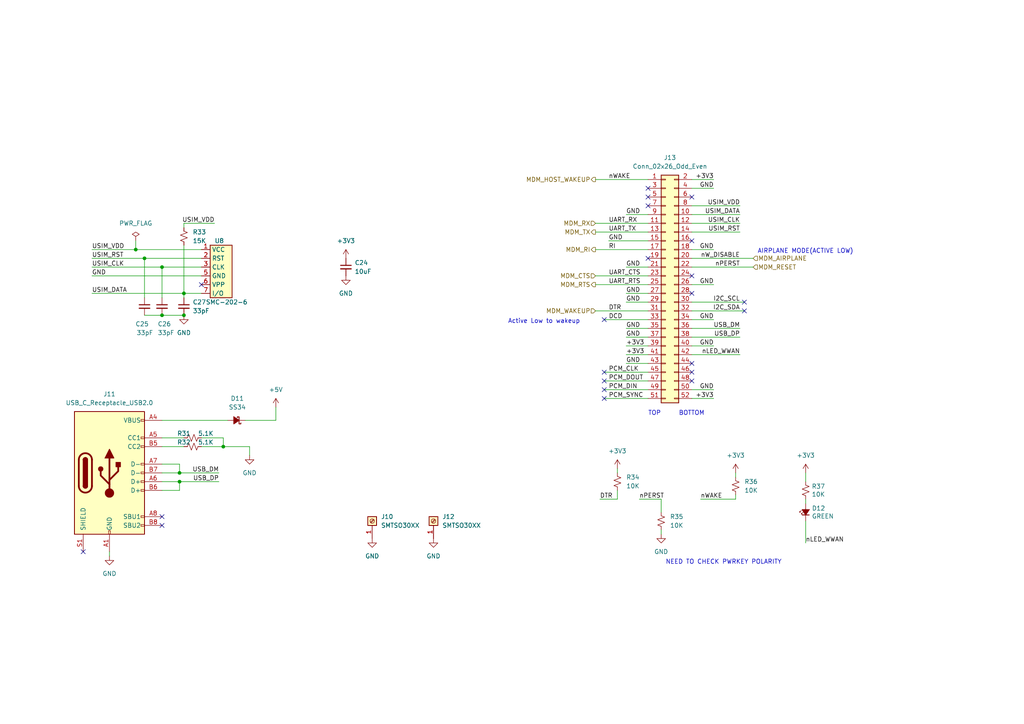
<source format=kicad_sch>
(kicad_sch (version 20211123) (generator eeschema)
  (paper "A4")
  (lib_symbols
    (symbol "Connector:Screw_Terminal_01x01" (pin_names (offset 1.016) hide)
      (property "Reference" "J" (at 0 2.54 0))
      (property "Value" "Screw_Terminal_01x01" (at 0 -2.54 0))
      (symbol "Screw_Terminal_01x01_1_1"
        (rectangle (start -1.27 1.27) (end 1.27 -1.27) (stroke (width 0.254)) (fill (type background)))
        (polyline (pts (xy -0.5334 0.3302) (xy 0.3302 -0.508)) (stroke (width 0.1524)))
        (polyline (pts (xy -0.3556 0.508) (xy 0.508 -0.3302)) (stroke (width 0.1524)))
        (circle (center 0 0) (radius 0.635) (stroke (width 0.1524)))
        (pin passive line (at -5.08 0 0) (length 3.81) (name "Pin_1") (number "1"))
      )
    )
    (symbol "Connector:USB_C_Receptacle_USB2.0" (pin_names (offset 1.016))
      (property "Reference" "J" (at -10.16 19.05 0))
      (property "Value" "USB_C_Receptacle_USB2.0" (at 19.05 19.05 0))
      (symbol "USB_C_Receptacle_USB2.0_0_0"
        (rectangle (start -0.254 -17.78) (end 0.254 -16.764))
        (rectangle (start 10.16 -14.986) (end 9.144 -15.494))
        (rectangle (start 10.16 -12.446) (end 9.144 -12.954))
        (rectangle (start 10.16 -4.826) (end 9.144 -5.334))
        (rectangle (start 10.16 -2.286) (end 9.144 -2.794))
        (rectangle (start 10.16 0.254) (end 9.144 -0.254))
        (rectangle (start 10.16 2.794) (end 9.144 2.286))
        (rectangle (start 10.16 7.874) (end 9.144 7.366))
        (rectangle (start 10.16 10.414) (end 9.144 9.906))
        (rectangle (start 10.16 15.494) (end 9.144 14.986))
      )
      (symbol "USB_C_Receptacle_USB2.0_0_1"
        (rectangle (start -10.16 17.78) (end 10.16 -17.78) (stroke (width 0.254)) (fill (type background)))
        (arc (start -8.89 -3.81) (mid -6.985 -5.715) (end -5.08 -3.81) (stroke (width 0.508)))
        (arc (start -7.62 -3.81) (mid -6.985 -4.445) (end -6.35 -3.81) (stroke (width 0.254)))
        (arc (start -7.62 -3.81) (mid -6.985 -4.445) (end -6.35 -3.81) (stroke (width 0.254)) (fill (type outline)))
        (rectangle (start -7.62 -3.81) (end -6.35 3.81) (stroke (width 0.254)) (fill (type outline)))
        (arc (start -6.35 3.81) (mid -6.985 4.445) (end -7.62 3.81) (stroke (width 0.254)))
        (arc (start -6.35 3.81) (mid -6.985 4.445) (end -7.62 3.81) (stroke (width 0.254)) (fill (type outline)))
        (arc (start -5.08 3.81) (mid -6.985 5.715) (end -8.89 3.81) (stroke (width 0.508)))
        (circle (center -2.54 1.143) (radius 0.635) (stroke (width 0.254)) (fill (type outline)))
        (circle (center 0 -5.842) (radius 1.27) (fill (type outline)))
        (polyline (pts (xy -8.89 -3.81) (xy -8.89 3.81)) (stroke (width 0.508)))
        (polyline (pts (xy -5.08 3.81) (xy -5.08 -3.81)) (stroke (width 0.508)))
        (polyline (pts (xy 0 -5.842) (xy 0 4.318)) (stroke (width 0.508)))
        (polyline (pts (xy 0 -3.302) (xy -2.54 -0.762) (xy -2.54 0.508)) (stroke (width 0.508)))
        (polyline (pts (xy 0 -2.032) (xy 2.54 0.508) (xy 2.54 1.778)) (stroke (width 0.508)))
        (polyline (pts (xy -1.27 4.318) (xy 0 6.858) (xy 1.27 4.318) (xy -1.27 4.318)) (stroke (width 0.254)) (fill (type outline)))
        (rectangle (start 1.905 1.778) (end 3.175 3.048) (stroke (width 0.254)) (fill (type outline)))
      )
      (symbol "USB_C_Receptacle_USB2.0_1_1"
        (pin passive line (at 0 -22.86 90) (length 5.08) (name "GND") (number "A1"))
        (pin passive line (at 0 -22.86 90) (length 5.08) hide (name "GND") (number "A12"))
        (pin passive line (at 15.24 15.24 180) (length 5.08) (name "VBUS") (number "A4"))
        (pin bidirectional line (at 15.24 10.16 180) (length 5.08) (name "CC1") (number "A5"))
        (pin bidirectional line (at 15.24 -2.54 180) (length 5.08) (name "D+") (number "A6"))
        (pin bidirectional line (at 15.24 2.54 180) (length 5.08) (name "D-") (number "A7"))
        (pin bidirectional line (at 15.24 -12.7 180) (length 5.08) (name "SBU1") (number "A8"))
        (pin passive line (at 15.24 15.24 180) (length 5.08) hide (name "VBUS") (number "A9"))
        (pin passive line (at 0 -22.86 90) (length 5.08) hide (name "GND") (number "B1"))
        (pin passive line (at 0 -22.86 90) (length 5.08) hide (name "GND") (number "B12"))
        (pin passive line (at 15.24 15.24 180) (length 5.08) hide (name "VBUS") (number "B4"))
        (pin bidirectional line (at 15.24 7.62 180) (length 5.08) (name "CC2") (number "B5"))
        (pin bidirectional line (at 15.24 -5.08 180) (length 5.08) (name "D+") (number "B6"))
        (pin bidirectional line (at 15.24 0 180) (length 5.08) (name "D-") (number "B7"))
        (pin bidirectional line (at 15.24 -15.24 180) (length 5.08) (name "SBU2") (number "B8"))
        (pin passive line (at 15.24 15.24 180) (length 5.08) hide (name "VBUS") (number "B9"))
        (pin passive line (at -7.62 -22.86 90) (length 5.08) (name "SHIELD") (number "S1"))
      )
    )
    (symbol "Connector_Generic:Conn_02x26_Odd_Even" (pin_names (offset 1.016) hide)
      (property "Reference" "J" (at 1.27 33.02 0))
      (property "Value" "Conn_02x26_Odd_Even" (at 1.27 -35.56 0))
      (symbol "Conn_02x26_Odd_Even_1_1"
        (rectangle (start -1.27 -32.893) (end 0 -33.147) (stroke (width 0.1524)))
        (rectangle (start -1.27 -30.353) (end 0 -30.607) (stroke (width 0.1524)))
        (rectangle (start -1.27 -27.813) (end 0 -28.067) (stroke (width 0.1524)))
        (rectangle (start -1.27 -25.273) (end 0 -25.527) (stroke (width 0.1524)))
        (rectangle (start -1.27 -22.733) (end 0 -22.987) (stroke (width 0.1524)))
        (rectangle (start -1.27 -20.193) (end 0 -20.447) (stroke (width 0.1524)))
        (rectangle (start -1.27 -17.653) (end 0 -17.907) (stroke (width 0.1524)))
        (rectangle (start -1.27 -15.113) (end 0 -15.367) (stroke (width 0.1524)))
        (rectangle (start -1.27 -12.573) (end 0 -12.827) (stroke (width 0.1524)))
        (rectangle (start -1.27 -10.033) (end 0 -10.287) (stroke (width 0.1524)))
        (rectangle (start -1.27 -7.493) (end 0 -7.747) (stroke (width 0.1524)))
        (rectangle (start -1.27 -4.953) (end 0 -5.207) (stroke (width 0.1524)))
        (rectangle (start -1.27 -2.413) (end 0 -2.667) (stroke (width 0.1524)))
        (rectangle (start -1.27 0.127) (end 0 -0.127) (stroke (width 0.1524)))
        (rectangle (start -1.27 2.667) (end 0 2.413) (stroke (width 0.1524)))
        (rectangle (start -1.27 5.207) (end 0 4.953) (stroke (width 0.1524)))
        (rectangle (start -1.27 7.747) (end 0 7.493) (stroke (width 0.1524)))
        (rectangle (start -1.27 10.287) (end 0 10.033) (stroke (width 0.1524)))
        (rectangle (start -1.27 12.827) (end 0 12.573) (stroke (width 0.1524)))
        (rectangle (start -1.27 15.367) (end 0 15.113) (stroke (width 0.1524)))
        (rectangle (start -1.27 17.907) (end 0 17.653) (stroke (width 0.1524)))
        (rectangle (start -1.27 20.447) (end 0 20.193) (stroke (width 0.1524)))
        (rectangle (start -1.27 22.987) (end 0 22.733) (stroke (width 0.1524)))
        (rectangle (start -1.27 25.527) (end 0 25.273) (stroke (width 0.1524)))
        (rectangle (start -1.27 28.067) (end 0 27.813) (stroke (width 0.1524)))
        (rectangle (start -1.27 30.607) (end 0 30.353) (stroke (width 0.1524)))
        (rectangle (start -1.27 31.75) (end 3.81 -34.29) (stroke (width 0.254)) (fill (type background)))
        (rectangle (start 3.81 -32.893) (end 2.54 -33.147) (stroke (width 0.1524)))
        (rectangle (start 3.81 -30.353) (end 2.54 -30.607) (stroke (width 0.1524)))
        (rectangle (start 3.81 -27.813) (end 2.54 -28.067) (stroke (width 0.1524)))
        (rectangle (start 3.81 -25.273) (end 2.54 -25.527) (stroke (width 0.1524)))
        (rectangle (start 3.81 -22.733) (end 2.54 -22.987) (stroke (width 0.1524)))
        (rectangle (start 3.81 -20.193) (end 2.54 -20.447) (stroke (width 0.1524)))
        (rectangle (start 3.81 -17.653) (end 2.54 -17.907) (stroke (width 0.1524)))
        (rectangle (start 3.81 -15.113) (end 2.54 -15.367) (stroke (width 0.1524)))
        (rectangle (start 3.81 -12.573) (end 2.54 -12.827) (stroke (width 0.1524)))
        (rectangle (start 3.81 -10.033) (end 2.54 -10.287) (stroke (width 0.1524)))
        (rectangle (start 3.81 -7.493) (end 2.54 -7.747) (stroke (width 0.1524)))
        (rectangle (start 3.81 -4.953) (end 2.54 -5.207) (stroke (width 0.1524)))
        (rectangle (start 3.81 -2.413) (end 2.54 -2.667) (stroke (width 0.1524)))
        (rectangle (start 3.81 0.127) (end 2.54 -0.127) (stroke (width 0.1524)))
        (rectangle (start 3.81 2.667) (end 2.54 2.413) (stroke (width 0.1524)))
        (rectangle (start 3.81 5.207) (end 2.54 4.953) (stroke (width 0.1524)))
        (rectangle (start 3.81 7.747) (end 2.54 7.493) (stroke (width 0.1524)))
        (rectangle (start 3.81 10.287) (end 2.54 10.033) (stroke (width 0.1524)))
        (rectangle (start 3.81 12.827) (end 2.54 12.573) (stroke (width 0.1524)))
        (rectangle (start 3.81 15.367) (end 2.54 15.113) (stroke (width 0.1524)))
        (rectangle (start 3.81 17.907) (end 2.54 17.653) (stroke (width 0.1524)))
        (rectangle (start 3.81 20.447) (end 2.54 20.193) (stroke (width 0.1524)))
        (rectangle (start 3.81 22.987) (end 2.54 22.733) (stroke (width 0.1524)))
        (rectangle (start 3.81 25.527) (end 2.54 25.273) (stroke (width 0.1524)))
        (rectangle (start 3.81 28.067) (end 2.54 27.813) (stroke (width 0.1524)))
        (rectangle (start 3.81 30.607) (end 2.54 30.353) (stroke (width 0.1524)))
        (pin passive line (at -5.08 30.48 0) (length 3.81) (name "Pin_1") (number "1"))
        (pin passive line (at 7.62 20.32 180) (length 3.81) (name "Pin_10") (number "10"))
        (pin passive line (at -5.08 17.78 0) (length 3.81) (name "Pin_11") (number "11"))
        (pin passive line (at 7.62 17.78 180) (length 3.81) (name "Pin_12") (number "12"))
        (pin passive line (at -5.08 15.24 0) (length 3.81) (name "Pin_13") (number "13"))
        (pin passive line (at 7.62 15.24 180) (length 3.81) (name "Pin_14") (number "14"))
        (pin passive line (at -5.08 12.7 0) (length 3.81) (name "Pin_15") (number "15"))
        (pin passive line (at 7.62 12.7 180) (length 3.81) (name "Pin_16") (number "16"))
        (pin passive line (at -5.08 10.16 0) (length 3.81) (name "Pin_17") (number "17"))
        (pin passive line (at 7.62 10.16 180) (length 3.81) (name "Pin_18") (number "18"))
        (pin passive line (at -5.08 7.62 0) (length 3.81) (name "Pin_19") (number "19"))
        (pin passive line (at 7.62 30.48 180) (length 3.81) (name "Pin_2") (number "2"))
        (pin passive line (at 7.62 7.62 180) (length 3.81) (name "Pin_20") (number "20"))
        (pin passive line (at -5.08 5.08 0) (length 3.81) (name "Pin_21") (number "21"))
        (pin passive line (at 7.62 5.08 180) (length 3.81) (name "Pin_22") (number "22"))
        (pin passive line (at -5.08 2.54 0) (length 3.81) (name "Pin_23") (number "23"))
        (pin passive line (at 7.62 2.54 180) (length 3.81) (name "Pin_24") (number "24"))
        (pin passive line (at -5.08 0 0) (length 3.81) (name "Pin_25") (number "25"))
        (pin passive line (at 7.62 0 180) (length 3.81) (name "Pin_26") (number "26"))
        (pin passive line (at -5.08 -2.54 0) (length 3.81) (name "Pin_27") (number "27"))
        (pin passive line (at 7.62 -2.54 180) (length 3.81) (name "Pin_28") (number "28"))
        (pin passive line (at -5.08 -5.08 0) (length 3.81) (name "Pin_29") (number "29"))
        (pin passive line (at -5.08 27.94 0) (length 3.81) (name "Pin_3") (number "3"))
        (pin passive line (at 7.62 -5.08 180) (length 3.81) (name "Pin_30") (number "30"))
        (pin passive line (at -5.08 -7.62 0) (length 3.81) (name "Pin_31") (number "31"))
        (pin passive line (at 7.62 -7.62 180) (length 3.81) (name "Pin_32") (number "32"))
        (pin passive line (at -5.08 -10.16 0) (length 3.81) (name "Pin_33") (number "33"))
        (pin passive line (at 7.62 -10.16 180) (length 3.81) (name "Pin_34") (number "34"))
        (pin passive line (at -5.08 -12.7 0) (length 3.81) (name "Pin_35") (number "35"))
        (pin passive line (at 7.62 -12.7 180) (length 3.81) (name "Pin_36") (number "36"))
        (pin passive line (at -5.08 -15.24 0) (length 3.81) (name "Pin_37") (number "37"))
        (pin passive line (at 7.62 -15.24 180) (length 3.81) (name "Pin_38") (number "38"))
        (pin passive line (at -5.08 -17.78 0) (length 3.81) (name "Pin_39") (number "39"))
        (pin passive line (at 7.62 27.94 180) (length 3.81) (name "Pin_4") (number "4"))
        (pin passive line (at 7.62 -17.78 180) (length 3.81) (name "Pin_40") (number "40"))
        (pin passive line (at -5.08 -20.32 0) (length 3.81) (name "Pin_41") (number "41"))
        (pin passive line (at 7.62 -20.32 180) (length 3.81) (name "Pin_42") (number "42"))
        (pin passive line (at -5.08 -22.86 0) (length 3.81) (name "Pin_43") (number "43"))
        (pin passive line (at 7.62 -22.86 180) (length 3.81) (name "Pin_44") (number "44"))
        (pin passive line (at -5.08 -25.4 0) (length 3.81) (name "Pin_45") (number "45"))
        (pin passive line (at 7.62 -25.4 180) (length 3.81) (name "Pin_46") (number "46"))
        (pin passive line (at -5.08 -27.94 0) (length 3.81) (name "Pin_47") (number "47"))
        (pin passive line (at 7.62 -27.94 180) (length 3.81) (name "Pin_48") (number "48"))
        (pin passive line (at -5.08 -30.48 0) (length 3.81) (name "Pin_49") (number "49"))
        (pin passive line (at -5.08 25.4 0) (length 3.81) (name "Pin_5") (number "5"))
        (pin passive line (at 7.62 -30.48 180) (length 3.81) (name "Pin_50") (number "50"))
        (pin passive line (at -5.08 -33.02 0) (length 3.81) (name "Pin_51") (number "51"))
        (pin passive line (at 7.62 -33.02 180) (length 3.81) (name "Pin_52") (number "52"))
        (pin passive line (at 7.62 25.4 180) (length 3.81) (name "Pin_6") (number "6"))
        (pin passive line (at -5.08 22.86 0) (length 3.81) (name "Pin_7") (number "7"))
        (pin passive line (at 7.62 22.86 180) (length 3.81) (name "Pin_8") (number "8"))
        (pin passive line (at -5.08 20.32 0) (length 3.81) (name "Pin_9") (number "9"))
      )
    )
    (symbol "Device:C_Small" (pin_numbers hide) (pin_names (offset 0.254) hide)
      (property "Reference" "C" (at 0.254 1.778 0))
      (property "Value" "C_Small" (at 0.254 -2.032 0))
      (symbol "C_Small_0_1"
        (polyline (pts (xy -1.524 -0.508) (xy 1.524 -0.508)) (stroke (width 0.3302)))
        (polyline (pts (xy -1.524 0.508) (xy 1.524 0.508)) (stroke (width 0.3048)))
      )
      (symbol "C_Small_1_1"
        (pin passive line (at 0 2.54 270) (length 2.032) (name "~") (number "1"))
        (pin passive line (at 0 -2.54 90) (length 2.032) (name "~") (number "2"))
      )
    )
    (symbol "Device:D_Schottky_Small_Filled" (pin_numbers hide) (pin_names (offset 0.254) hide)
      (property "Reference" "D" (at -1.27 2.032 0))
      (property "Value" "D_Schottky_Small_Filled" (at -7.112 -2.032 0))
      (symbol "D_Schottky_Small_Filled_0_1"
        (polyline (pts (xy -0.762 0) (xy 0.762 0)))
        (polyline (pts (xy 0.762 -1.016) (xy -0.762 0) (xy 0.762 1.016) (xy 0.762 -1.016)) (stroke (width 0.254)) (fill (type outline)))
        (polyline (pts (xy -1.27 0.762) (xy -1.27 1.016) (xy -0.762 1.016) (xy -0.762 -1.016) (xy -0.254 -1.016) (xy -0.254 -0.762)) (stroke (width 0.254)))
      )
      (symbol "D_Schottky_Small_Filled_1_1"
        (pin passive line (at -2.54 0 0) (length 1.778) (name "K") (number "1"))
        (pin passive line (at 2.54 0 180) (length 1.778) (name "A") (number "2"))
      )
    )
    (symbol "Device:LED_Small_Filled" (pin_numbers hide) (pin_names (offset 0.254) hide)
      (property "Reference" "D" (at -1.27 3.175 0))
      (property "Value" "LED_Small_Filled" (at -4.445 -2.54 0))
      (symbol "LED_Small_Filled_0_1"
        (polyline (pts (xy -0.762 -1.016) (xy -0.762 1.016)) (stroke (width 0.254)))
        (polyline (pts (xy 1.016 0) (xy -0.762 0)))
        (polyline (pts (xy 0.762 -1.016) (xy -0.762 0) (xy 0.762 1.016) (xy 0.762 -1.016)) (stroke (width 0.254)) (fill (type outline)))
        (polyline (pts (xy 0 0.762) (xy -0.508 1.27) (xy -0.254 1.27) (xy -0.508 1.27) (xy -0.508 1.016)))
        (polyline (pts (xy 0.508 1.27) (xy 0 1.778) (xy 0.254 1.778) (xy 0 1.778) (xy 0 1.524)))
      )
      (symbol "LED_Small_Filled_1_1"
        (pin passive line (at -2.54 0 0) (length 1.778) (name "K") (number "1"))
        (pin passive line (at 2.54 0 180) (length 1.778) (name "A") (number "2"))
      )
    )
    (symbol "Device:R_Small_US" (pin_numbers hide) (pin_names (offset 0.254) hide)
      (property "Reference" "R" (at 0.762 0.508 0))
      (property "Value" "R_Small_US" (at 0.762 -1.016 0))
      (symbol "R_Small_US_1_1"
        (polyline (pts (xy 0 0) (xy 1.016 -0.381) (xy 0 -0.762) (xy -1.016 -1.143) (xy 0 -1.524)))
        (polyline (pts (xy 0 1.524) (xy 1.016 1.143) (xy 0 0.762) (xy -1.016 0.381) (xy 0 0)))
        (pin passive line (at 0 2.54 270) (length 1.016) (name "~") (number "1"))
        (pin passive line (at 0 -2.54 90) (length 1.016) (name "~") (number "2"))
      )
    )
    (symbol "huconn-symbol:SMC-202-6"
      (property "Reference" "U" (at 0 8.89 0))
      (property "Value" "SMC-202-6" (at 0 8.89 0))
      (symbol "SMC-202-6_0_1"
        (polyline (pts (xy -2.54 7.62) (xy 3.81 7.62) (xy 3.81 -7.62) (xy -2.54 -7.62) (xy -2.54 7.62)) (stroke (width 0.254)) (fill (type background)))
      )
      (symbol "SMC-202-6_1_1"
        (pin power_in line (at -5.08 6.35 0) (length 2.54) (name "VCC") (number "1"))
        (pin input line (at -5.08 3.81 0) (length 2.54) (name "RST") (number "2"))
        (pin input line (at -5.08 1.27 0) (length 2.54) (name "CLK") (number "3"))
        (pin power_in line (at -5.08 -1.27 0) (length 2.54) (name "GND") (number "5"))
        (pin input line (at -5.08 -3.81 0) (length 2.54) (name "VPP") (number "6"))
        (pin bidirectional line (at -5.08 -6.35 0) (length 2.54) (name "I/O") (number "7"))
      )
    )
    (symbol "power:+3.3V" (power) (pin_names (offset 0))
      (property "Value" "+3.3V" (at 0 3.556 0))
      (symbol "+3.3V_0_1"
        (polyline (pts (xy -0.762 1.27) (xy 0 2.54)))
        (polyline (pts (xy 0 0) (xy 0 2.54)))
        (polyline (pts (xy 0 2.54) (xy 0.762 1.27)))
      )
      (symbol "+3.3V_1_1"
        (pin power_in line (at 0 0 90) (length 0) hide (name "+3V3") (number "1"))
      )
    )
    (symbol "power:+5V" (power) (pin_names (offset 0))
      (property "Value" "+5V" (at 0 3.556 0))
      (symbol "+5V_0_1"
        (polyline (pts (xy -0.762 1.27) (xy 0 2.54)))
        (polyline (pts (xy 0 0) (xy 0 2.54)))
        (polyline (pts (xy 0 2.54) (xy 0.762 1.27)))
      )
      (symbol "+5V_1_1"
        (pin power_in line (at 0 0 90) (length 0) hide (name "+5V") (number "1"))
      )
    )
    (symbol "power:GND" (power) (pin_names (offset 0))
      (property "Value" "GND" (at 0 -3.81 0))
      (symbol "GND_0_1"
        (polyline (pts (xy 0 0) (xy 0 -1.27) (xy 1.27 -1.27) (xy 0 -2.54) (xy -1.27 -1.27) (xy 0 -1.27)))
      )
      (symbol "GND_1_1"
        (pin power_in line (at 0 0 270) (length 0) hide (name "GND") (number "1"))
      )
    )
    (symbol "power:PWR_FLAG" (power) (pin_numbers hide) (pin_names (offset 0) hide)
      (property "Value" "PWR_FLAG" (at 0 3.81 0))
      (symbol "PWR_FLAG_0_0"
        (pin power_out line (at 0 0 90) (length 0) (name "pwr") (number "1"))
      )
      (symbol "PWR_FLAG_0_1"
        (polyline (pts (xy 0 0) (xy 0 1.27) (xy -1.016 1.905) (xy 0 2.54) (xy 1.016 1.905) (xy 0 1.27)))
      )
    )
  )
  (junction (at 39.37 72.39))
  (junction (at 52.07 137.16))
  (junction (at 41.91 74.93) (diameter 0.9144))
  (junction (at 52.07 139.7))
  (junction (at 64.77 129.54))
  (junction (at 53.34 91.44) (diameter 0.9144))
  (junction (at 46.99 77.47) (diameter 0.9144))
  (junction (at 46.99 91.44) (diameter 0.9144))
  (junction (at 53.34 85.09) (diameter 0.9144))
  (no_connect (at 175.26 113.03))
  (no_connect (at 58.42 82.55))
  (no_connect (at 187.96 54.61))
  (no_connect (at 200.66 110.49))
  (no_connect (at 200.66 105.41))
  (no_connect (at 46.99 152.4))
  (no_connect (at 200.66 69.85))
  (no_connect (at 200.66 57.15))
  (no_connect (at 187.96 57.15))
  (no_connect (at 215.9 87.63))
  (no_connect (at 200.66 85.09))
  (no_connect (at 200.66 80.01))
  (no_connect (at 175.26 107.95))
  (no_connect (at 187.96 59.69))
  (no_connect (at 46.99 149.86))
  (no_connect (at 175.26 92.71))
  (no_connect (at 175.26 110.49))
  (no_connect (at 187.96 74.93))
  (no_connect (at 200.66 107.95))
  (no_connect (at 175.26 115.57))
  (no_connect (at 215.9 90.17))
  (no_connect (at 24.13 160.02))
  (wire (pts (xy 200.66 67.31) (xy 214.63 67.31)))
  (wire (pts (xy 46.99 127) (xy 53.34 127)))
  (wire (pts (xy 200.66 102.87) (xy 214.63 102.87)))
  (wire (pts (xy 213.36 143.51) (xy 213.36 144.78)))
  (wire (pts (xy 41.91 91.44) (xy 46.99 91.44)))
  (wire (pts (xy 64.77 127) (xy 64.77 129.54)))
  (wire (pts (xy 176.53 69.85) (xy 187.96 69.85)))
  (wire (pts (xy 191.77 144.78) (xy 191.77 148.59)))
  (wire (pts (xy 181.61 100.33) (xy 187.96 100.33)))
  (wire (pts (xy 175.26 113.03) (xy 187.96 113.03)))
  (wire (pts (xy 181.61 102.87) (xy 187.96 102.87)))
  (wire (pts (xy 173.99 144.78) (xy 179.07 144.78)))
  (wire (pts (xy 233.68 144.78) (xy 233.68 146.05)))
  (wire (pts (xy 172.72 64.77) (xy 187.96 64.77)))
  (wire (pts (xy 46.99 142.24) (xy 52.07 142.24)))
  (wire (pts (xy 53.34 64.77) (xy 62.23 64.77)))
  (wire (pts (xy 172.72 90.17) (xy 187.96 90.17)))
  (wire (pts (xy 26.67 77.47) (xy 46.99 77.47)))
  (wire (pts (xy 200.66 59.69) (xy 214.63 59.69)))
  (wire (pts (xy 213.36 137.16) (xy 213.36 138.43)))
  (wire (pts (xy 46.99 121.92) (xy 66.04 121.92)))
  (wire (pts (xy 26.67 80.01) (xy 58.42 80.01)))
  (wire (pts (xy 172.72 80.01) (xy 187.96 80.01)))
  (wire (pts (xy 46.99 139.7) (xy 52.07 139.7)))
  (wire (pts (xy 233.68 137.16) (xy 233.68 139.7)))
  (wire (pts (xy 185.42 144.78) (xy 191.77 144.78)))
  (wire (pts (xy 200.66 62.23) (xy 214.63 62.23)))
  (wire (pts (xy 175.26 92.71) (xy 187.96 92.71)))
  (wire (pts (xy 39.37 69.85) (xy 39.37 72.39)))
  (wire (pts (xy 172.72 67.31) (xy 187.96 67.31)))
  (wire (pts (xy 31.75 160.02) (xy 31.75 161.29)))
  (wire (pts (xy 39.37 72.39) (xy 58.42 72.39)))
  (wire (pts (xy 46.99 91.44) (xy 53.34 91.44)))
  (wire (pts (xy 52.07 142.24) (xy 52.07 139.7)))
  (wire (pts (xy 58.42 129.54) (xy 64.77 129.54)))
  (wire (pts (xy 71.12 121.92) (xy 80.01 121.92)))
  (wire (pts (xy 233.68 151.13) (xy 233.68 157.48)))
  (wire (pts (xy 172.72 82.55) (xy 187.96 82.55)))
  (wire (pts (xy 52.07 134.62) (xy 52.07 137.16)))
  (wire (pts (xy 181.61 85.09) (xy 187.96 85.09)))
  (wire (pts (xy 175.26 107.95) (xy 187.96 107.95)))
  (wire (pts (xy 200.66 92.71) (xy 207.01 92.71)))
  (wire (pts (xy 200.66 115.57) (xy 207.01 115.57)))
  (wire (pts (xy 46.99 77.47) (xy 58.42 77.47)))
  (wire (pts (xy 53.34 85.09) (xy 53.34 86.36)))
  (wire (pts (xy 175.26 115.57) (xy 187.96 115.57)))
  (wire (pts (xy 53.34 64.77) (xy 53.34 66.04)))
  (wire (pts (xy 46.99 129.54) (xy 53.34 129.54)))
  (wire (pts (xy 200.66 87.63) (xy 215.9 87.63)))
  (wire (pts (xy 200.66 72.39) (xy 207.01 72.39)))
  (wire (pts (xy 181.61 87.63) (xy 187.96 87.63)))
  (wire (pts (xy 181.61 97.79) (xy 187.96 97.79)))
  (wire (pts (xy 200.66 95.25) (xy 214.63 95.25)))
  (wire (pts (xy 179.07 135.89) (xy 179.07 137.16)))
  (wire (pts (xy 64.77 129.54) (xy 72.39 129.54)))
  (wire (pts (xy 52.07 137.16) (xy 63.5 137.16)))
  (wire (pts (xy 52.07 139.7) (xy 63.5 139.7)))
  (wire (pts (xy 58.42 127) (xy 64.77 127)))
  (wire (pts (xy 200.66 82.55) (xy 207.01 82.55)))
  (wire (pts (xy 53.34 71.12) (xy 53.34 85.09)))
  (wire (pts (xy 46.99 134.62) (xy 52.07 134.62)))
  (wire (pts (xy 200.66 100.33) (xy 207.01 100.33)))
  (wire (pts (xy 200.66 74.93) (xy 218.44 74.93)))
  (wire (pts (xy 191.77 153.67) (xy 191.77 154.94)))
  (wire (pts (xy 181.61 105.41) (xy 187.96 105.41)))
  (wire (pts (xy 53.34 85.09) (xy 58.42 85.09)))
  (wire (pts (xy 72.39 129.54) (xy 72.39 132.08)))
  (wire (pts (xy 172.72 52.07) (xy 187.96 52.07)))
  (wire (pts (xy 181.61 77.47) (xy 187.96 77.47)))
  (wire (pts (xy 26.67 85.09) (xy 53.34 85.09)))
  (wire (pts (xy 172.72 72.39) (xy 187.96 72.39)))
  (wire (pts (xy 26.67 74.93) (xy 41.91 74.93)))
  (wire (pts (xy 200.66 64.77) (xy 214.63 64.77)))
  (wire (pts (xy 179.07 142.24) (xy 179.07 144.78)))
  (wire (pts (xy 46.99 137.16) (xy 52.07 137.16)))
  (wire (pts (xy 181.61 62.23) (xy 187.96 62.23)))
  (wire (pts (xy 46.99 77.47) (xy 46.99 86.36)))
  (wire (pts (xy 26.67 72.39) (xy 39.37 72.39)))
  (wire (pts (xy 200.66 113.03) (xy 207.01 113.03)))
  (wire (pts (xy 200.66 97.79) (xy 214.63 97.79)))
  (wire (pts (xy 203.2 144.78) (xy 213.36 144.78)))
  (wire (pts (xy 200.66 54.61) (xy 207.01 54.61)))
  (wire (pts (xy 80.01 118.11) (xy 80.01 121.92)))
  (wire (pts (xy 200.66 77.47) (xy 218.44 77.47)))
  (wire (pts (xy 200.66 90.17) (xy 215.9 90.17)))
  (wire (pts (xy 181.61 95.25) (xy 187.96 95.25)))
  (wire (pts (xy 41.91 74.93) (xy 58.42 74.93)))
  (wire (pts (xy 175.26 110.49) (xy 187.96 110.49)))
  (wire (pts (xy 41.91 74.93) (xy 41.91 86.36)))
  (wire (pts (xy 200.66 52.07) (xy 207.01 52.07)))
  (text "BOTTOM" (at 196.85 120.65 0) (effects (font (size 1.27 1.27)) (justify left bottom)))
  (text "AIRPLANE MODE(ACTIVE LOW)" (at 219.71 73.66 0) (effects (font (size 1.27 1.27)) (justify left bottom)))
  (text "Active Low to wakeup" (at 147.32 93.98 0) (effects (font (size 1.27 1.27)) (justify left bottom)))
  (text "TOP" (at 187.96 120.65 0) (effects (font (size 1.27 1.27)) (justify left bottom)))
  (text "NEED TO CHECK PWRKEY POLARITY" (at 193.04 163.83 0) (effects (font (size 1.27 1.27)) (justify left bottom)))
  (label "USB_DP" (at 63.5 139.7 180))
  (label "PCM_DOUT" (at 176.53 110.49 0))
  (label "USIM_RST" (at 214.63 67.31 180))
  (label "GND" (at 207.01 72.39 180))
  (label "UART_CTS" (at 176.53 80.01 0))
  (label "PCM_CLK" (at 176.53 107.95 0))
  (label "GND" (at 207.01 92.71 180))
  (label "USIM_CLK" (at 26.67 77.47 0))
  (label "GND" (at 181.61 85.09 0))
  (label "PCM_DIN" (at 176.53 113.03 0))
  (label "USIM_VDD" (at 26.67 72.39 0))
  (label "nPERST" (at 185.42 144.78 0))
  (label "nLED_WWAN" (at 214.63 102.87 180))
  (label "GND" (at 181.61 77.47 0))
  (label "GND" (at 207.01 100.33 180))
  (label "+3V3" (at 181.61 102.87 0))
  (label "nW_DISABLE" (at 214.63 74.93 180))
  (label "GND" (at 26.67 80.01 0))
  (label "UART_RTS" (at 176.53 82.55 0))
  (label "USB_DP" (at 214.63 97.79 180))
  (label "I2C_SCL" (at 214.63 87.63 180))
  (label "nPERST" (at 214.63 77.47 180))
  (label "USIM_DATA" (at 214.63 62.23 180))
  (label "GND" (at 207.01 82.55 180))
  (label "GND" (at 181.61 105.41 0))
  (label "GND" (at 181.61 95.25 0))
  (label "GND" (at 176.53 69.85 0))
  (label "UART_RX" (at 176.53 64.77 0))
  (label "USB_DM" (at 214.63 95.25 180))
  (label "GND" (at 207.01 54.61 180))
  (label "USB_DM" (at 63.5 137.16 180))
  (label "DTR" (at 176.53 90.17 0))
  (label "USIM_RST" (at 26.67 74.93 0))
  (label "nLED_WWAN" (at 233.68 157.48 0))
  (label "USIM_VDD" (at 62.23 64.77 180))
  (label "GND" (at 181.61 97.79 0))
  (label "USIM_VDD" (at 214.63 59.69 180))
  (label "UART_TX" (at 176.53 67.31 0))
  (label "USIM_CLK" (at 214.63 64.77 180))
  (label "I2C_SDA" (at 214.63 90.17 180))
  (label "GND" (at 181.61 62.23 0))
  (label "GND" (at 181.61 87.63 0))
  (label "GND" (at 207.01 113.03 180))
  (label "+3V3" (at 207.01 115.57 180))
  (label "RI" (at 176.53 72.39 0))
  (label "DTR" (at 173.99 144.78 0))
  (label "+3V3" (at 207.01 52.07 180))
  (label "+3V3" (at 181.61 100.33 0))
  (label "PCM_SYNC" (at 176.53 115.57 0))
  (label "USIM_DATA" (at 26.67 85.09 0))
  (label "nWAKE" (at 176.53 52.07 0))
  (label "nWAKE" (at 203.2 144.78 0))
  (label "DCD" (at 176.53 92.71 0))
  (hierarchical_label "MDM_RESET" (shape input) (at 218.44 77.47 0))
  (hierarchical_label "MDM_CTS" (shape input) (at 172.72 80.01 180))
  (hierarchical_label "MDM_RX" (shape input) (at 172.72 64.77 180))
  (hierarchical_label "MDM_RTS" (shape output) (at 172.72 82.55 180))
  (hierarchical_label "MDM_HOST_WAKEUP" (shape output) (at 172.72 52.07 180))
  (hierarchical_label "MDM_WAKEUP" (shape input) (at 172.72 90.17 180))
  (hierarchical_label "MDM_RI" (shape output) (at 172.72 72.39 180))
  (hierarchical_label "MDM_AIRPLANE" (shape input) (at 218.44 74.93 0))
  (hierarchical_label "MDM_TX" (shape output) (at 172.72 67.31 180))
  (symbol (lib_id "Connector:Screw_Terminal_01x01") (at 125.73 151.13 90) (unit 1)
    (property "Reference" "J12" (at 128.27 149.8599 90) (effects (justify right)))
    (property "Value" "SMTSO30XX" (at 128.27 152.3999 90) (effects (justify right)))
    (property "Footprint" "Hy_Library:SMTSO30XX" (effects hide))
  )
  (symbol (lib_id "power:PWR_FLAG") (at 39.37 69.85 0) (unit 1)
    (property "Reference" "#FLG03" (effects hide))
    (property "Value" "PWR_FLAG" (at 39.37 64.77 0))
  )
  (symbol (lib_id "power:+3.3V") (at 179.07 135.89 0) (unit 1)
    (property "Reference" "#PWR066" (effects hide))
    (property "Value" "+3.3V" (at 179.07 130.81 0))
  )
  (symbol (lib_id "power:GND") (at 107.95 156.21 0) (unit 1)
    (property "Reference" "#PWR058" (effects hide))
    (property "Value" "GND" (at 107.95 161.29 0))
  )
  (symbol (lib_id "Device:C_Small") (at 53.34 88.9 0) (unit 1)
    (property "Reference" "C27" (at 55.88 87.6299 0) (effects (justify left)))
    (property "Value" "33pF" (at 55.88 90.1699 0) (effects (justify left)))
    (property "Footprint" "Capacitor_SMD:C_0603_1608Metric_Pad1.08x0.95mm_HandSolder" (effects hide))
    (property "LCSC" "C1663" (effects hide))
  )
  (symbol (lib_id "Connector:USB_C_Receptacle_USB2.0") (at 31.75 137.16 0) (unit 1)
    (property "Reference" "J11" (at 31.75 114.3 0))
    (property "Value" "USB_C_Receptacle_USB2.0" (at 31.75 116.84 0))
    (property "Footprint" "Connector_USB:USB_C_Receptacle_HRO_TYPE-C-31-M-12" (effects hide))
    (property "Datasheet" "https://www.usb.org/sites/default/files/documents/usb_type-c.zip" (effects hide))
    (property "LCSC" "C165948" (effects hide))
  )
  (symbol (lib_id "power:GND") (at 191.77 154.94 0) (unit 1)
    (property "Reference" "#PWR067" (effects hide))
    (property "Value" "GND" (at 191.77 160.02 0))
  )
  (symbol (lib_id "Device:R_Small_US") (at 233.68 142.24 0) (unit 1)
    (property "Reference" "R37" (at 235.4072 141.0716 0) (effects (justify left)))
    (property "Value" "10K" (at 235.4072 143.383 0) (effects (justify left)))
    (property "Footprint" "Resistor_SMD:R_0603_1608Metric" (effects hide))
    (property "LCSC" "C25804" (effects hide))
  )
  (symbol (lib_id "Device:D_Schottky_Small_Filled") (at 68.58 121.92 180) (unit 1)
    (property "Reference" "D11" (at 68.834 115.57 0))
    (property "Value" "SS34" (at 68.834 118.11 0))
    (property "Footprint" "Diode_SMD:D_SMA" (effects hide))
    (property "LCSC" "C8678" (effects hide))
  )
  (symbol (lib_id "power:+5V") (at 80.01 118.11 0) (unit 1)
    (property "Reference" "#PWR062" (effects hide))
    (property "Value" "+5V" (at 80.01 113.03 0))
  )
  (symbol (lib_id "power:GND") (at 53.34 91.44 0) (unit 1)
    (property "Reference" "#PWR065" (effects hide))
    (property "Value" "GND" (at 53.34 96.52 0))
  )
  (symbol (lib_id "Device:R_Small_US") (at 53.34 68.58 0) (unit 1)
    (property "Reference" "R33" (at 55.88 67.3099 0) (effects (justify left)))
    (property "Value" "15K" (at 55.88 69.8499 0) (effects (justify left)))
    (property "Footprint" "Resistor_SMD:R_0603_1608Metric_Pad0.98x0.95mm_HandSolder" (effects hide))
    (property "LCSC" "C22809" (effects hide))
  )
  (symbol (lib_id "Device:R_Small_US") (at 213.36 140.97 0) (unit 1)
    (property "Reference" "R36" (at 215.9 139.6999 0) (effects (justify left)))
    (property "Value" "10K" (at 215.9 142.2399 0) (effects (justify left)))
    (property "Footprint" "Resistor_SMD:R_0603_1608Metric_Pad0.98x0.95mm_HandSolder" (effects hide))
    (property "LCSC" "C25804" (effects hide))
  )
  (symbol (lib_id "Device:C_Small") (at 41.91 88.9 0) (unit 1)
    (property "Reference" "C25" (at 43.18 93.9799 0) (effects (justify right)))
    (property "Value" "33pF" (at 44.45 96.5199 0) (effects (justify right)))
    (property "Footprint" "Capacitor_SMD:C_0603_1608Metric_Pad1.08x0.95mm_HandSolder" (effects hide))
    (property "LCSC" "C1663" (effects hide))
  )
  (symbol (lib_id "Device:LED_Small_Filled") (at 233.68 148.59 90) (unit 1)
    (property "Reference" "D12" (at 235.458 147.4216 90) (effects (justify right)))
    (property "Value" "GREEN" (at 235.458 149.733 90) (effects (justify right)))
    (property "Footprint" "LED_SMD:LED_0603_1608Metric" (effects hide))
    (property "LCSC" "C72043" (effects hide))
  )
  (symbol (lib_id "Device:R_Small_US") (at 179.07 139.7 0) (unit 1)
    (property "Reference" "R34" (at 181.61 138.4299 0) (effects (justify left)))
    (property "Value" "10K" (at 181.61 140.9699 0) (effects (justify left)))
    (property "Footprint" "Resistor_SMD:R_0603_1608Metric_Pad0.98x0.95mm_HandSolder" (effects hide))
    (property "LCSC" "C25804" (effects hide))
  )
  (symbol (lib_id "power:GND") (at 125.73 156.21 0) (unit 1)
    (property "Reference" "#PWR060" (effects hide))
    (property "Value" "GND" (at 125.73 161.29 0))
  )
  (symbol (lib_id "power:GND") (at 72.39 132.08 0) (unit 1)
    (property "Reference" "#PWR061" (effects hide))
    (property "Value" "GND" (at 72.39 137.16 0))
  )
  (symbol (lib_id "Device:R_Small_US") (at 55.88 127 270) (unit 1)
    (property "Reference" "R31" (at 53.34 125.73 90))
    (property "Value" "5.1K" (at 59.69 125.73 90))
    (property "Footprint" "Resistor_SMD:R_0805_2012Metric" (effects hide))
    (property "LCSC" "C27834" (effects hide))
  )
  (symbol (lib_id "Device:C_Small") (at 46.99 88.9 0) (unit 1)
    (property "Reference" "C26" (at 45.72 93.9799 0) (effects (justify left)))
    (property "Value" "33pF" (at 45.72 96.5199 0) (effects (justify left)))
    (property "Footprint" "Capacitor_SMD:C_0603_1608Metric_Pad1.08x0.95mm_HandSolder" (effects hide))
    (property "LCSC" "C1663" (effects hide))
  )
  (symbol (lib_id "huconn-symbol:SMC-202-6") (at 63.5 78.74 0) (unit 1)
    (property "Reference" "U8" (at 62.23 69.8499 0) (effects (justify left)))
    (property "Value" "SMC-202-6" (at 59.69 87.6299 0) (effects (justify left)))
    (property "Footprint" "Hy_Library:SMC-202-6" (effects hide))
    (property "LCSC" "C266634" (effects hide))
  )
  (symbol (lib_id "power:+3.3V") (at 213.36 137.16 0) (unit 1)
    (property "Reference" "#PWR068" (effects hide))
    (property "Value" "+3.3V" (at 213.36 132.08 0))
  )
  (symbol (lib_id "Device:C_Small") (at 100.33 77.47 0) (unit 1)
    (property "Reference" "C24" (at 102.87 76.2062 0) (effects (justify left)))
    (property "Value" "10uF" (at 102.87 78.7462 0) (effects (justify left)))
    (property "Footprint" "Capacitor_SMD:C_0603_1608Metric" (effects hide))
    (property "LCSC" "C19702" (effects hide))
  )
  (symbol (lib_id "power:GND") (at 31.75 161.29 0) (unit 1)
    (property "Reference" "#PWR059" (effects hide))
    (property "Value" "GND" (at 31.75 166.37 0))
  )
  (symbol (lib_id "Device:R_Small_US") (at 55.88 129.54 270) (unit 1)
    (property "Reference" "R32" (at 53.34 128.27 90))
    (property "Value" "5.1K" (at 59.69 128.27 90))
    (property "Footprint" "Resistor_SMD:R_0805_2012Metric" (effects hide))
    (property "LCSC" "C27834" (effects hide))
  )
  (symbol (lib_id "Connector:Screw_Terminal_01x01") (at 107.95 151.13 90) (unit 1)
    (property "Reference" "J10" (at 110.49 149.8599 90) (effects (justify right)))
    (property "Value" "SMTSO30XX" (at 110.49 152.3999 90) (effects (justify right)))
    (property "Footprint" "Hy_Library:SMTSO30XX" (effects hide))
  )
  (symbol (lib_id "power:+3.3V") (at 233.68 137.16 0) (unit 1)
    (property "Reference" "#PWR069" (effects hide))
    (property "Value" "+3.3V" (at 233.68 132.08 0))
  )
  (symbol (lib_id "Connector_Generic:Conn_02x26_Odd_Even") (at 193.04 82.55 0) (unit 1)
    (property "Reference" "J13" (at 194.31 45.72 0))
    (property "Value" "Conn_02x26_Odd_Even" (at 194.31 48.26 0))
    (property "Footprint" "Connector_PCBEdge:BUS_PCI_Express_Mini_Full" (effects hide))
    (property "LCSC" "C444928" (effects hide))
  )
  (symbol (lib_id "power:GND") (at 100.33 80.01 0) (unit 1)
    (property "Reference" "#PWR064" (effects hide))
    (property "Value" "GND" (at 100.33 85.09 0))
  )
  (symbol (lib_id "Device:R_Small_US") (at 191.77 151.13 0) (unit 1)
    (property "Reference" "R35" (at 194.31 149.8599 0) (effects (justify left)))
    (property "Value" "10K" (at 194.31 152.3999 0) (effects (justify left)))
    (property "Footprint" "Resistor_SMD:R_0603_1608Metric_Pad0.98x0.95mm_HandSolder" (effects hide))
    (property "LCSC" "C25804" (effects hide))
  )
  (symbol (lib_id "power:+3.3V") (at 100.33 74.93 0) (unit 1)
    (property "Reference" "#PWR063" (effects hide))
    (property "Value" "+3.3V" (at 100.33 69.85 0))
  )
)
</source>
